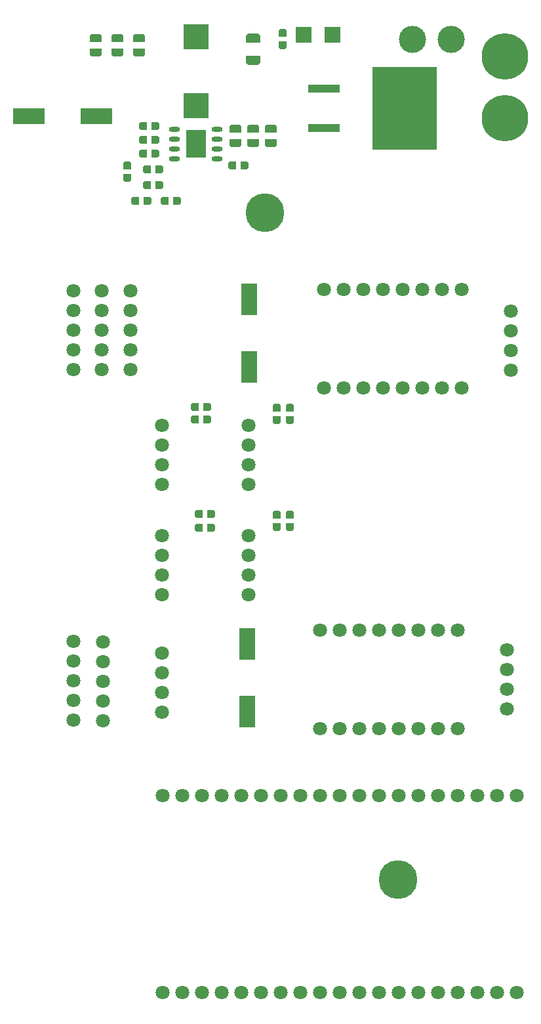
<source format=gbr>
%TF.GenerationSoftware,Altium Limited,Altium Designer,23.0.1 (38)*%
G04 Layer_Color=255*
%FSLAX45Y45*%
%MOMM*%
%TF.SameCoordinates,0946520A-43BC-435E-BA57-7B8340C501A0*%
%TF.FilePolarity,Positive*%
%TF.FileFunction,Pads,Top*%
%TF.Part,Single*%
G01*
G75*
%TA.AperFunction,SMDPad,CuDef*%
%AMCUSTOMSHAPE11*
4,1,6,-0.35060,0.47500,0.35060,0.47500,0.50000,0.32560,0.50000,-0.47500,-0.50000,-0.47500,-0.50000,0.32560,-0.35060,0.47500,0.0*%
%ADD11CUSTOMSHAPE11*%

%AMCUSTOMSHAPE12*
4,1,6,-0.50000,0.47500,0.50000,0.47500,0.50000,-0.32560,0.35060,-0.47500,-0.35060,-0.47500,-0.50000,-0.32560,-0.50000,0.47500,0.0*%
%ADD12CUSTOMSHAPE12*%

%ADD13R,2.00000X4.10000*%
%ADD14R,3.20000X3.25000*%
%ADD15R,4.10000X2.00000*%
%AMCUSTOMSHAPE16*
4,1,6,0.64200,-0.57501,-0.64200,-0.57500,-0.90000,-0.31700,-0.90000,0.57500,0.90000,0.57500,0.90000,-0.31700,0.64200,-0.57501,0.0*%
%ADD16CUSTOMSHAPE16*%

%AMCUSTOMSHAPE17*
4,1,6,0.90000,-0.57500,-0.90000,-0.57500,-0.90000,0.31700,-0.64200,0.57500,0.64201,0.57500,0.90000,0.31700,0.90000,-0.57500,0.0*%
%ADD17CUSTOMSHAPE17*%

%AMCUSTOMSHAPE18*
4,1,6,0.35060,-0.47500,-0.35060,-0.47500,-0.50000,-0.32560,-0.50000,0.47500,0.50000,0.47500,0.50000,-0.32560,0.35060,-0.47500,0.0*%
%ADD18CUSTOMSHAPE18*%

%AMCUSTOMSHAPE19*
4,1,6,0.50000,-0.47500,-0.50000,-0.47500,-0.50000,0.32560,-0.35060,0.47500,0.35060,0.47500,0.50000,0.32560,0.50000,-0.47500,0.0*%
%ADD19CUSTOMSHAPE19*%

%AMCUSTOMSHAPE20*
4,1,6,0.47500,0.35060,0.47500,-0.35060,0.32560,-0.50000,-0.47500,-0.50000,-0.47500,0.50000,0.32560,0.50000,0.47500,0.35060,0.0*%
%ADD20CUSTOMSHAPE20*%

%AMCUSTOMSHAPE21*
4,1,6,0.47500,0.50000,0.47500,-0.50000,-0.32560,-0.50000,-0.47500,-0.35060,-0.47500,0.35060,-0.32560,0.50000,0.47500,0.50000,0.0*%
%ADD21CUSTOMSHAPE21*%

%ADD22R,2.07000X2.06000*%
%AMCUSTOMSHAPE23*
4,1,6,-0.47500,-0.50000,-0.47500,0.50000,0.32560,0.50000,0.47500,0.35060,0.47500,-0.35060,0.32560,-0.50000,-0.47500,-0.50000,0.0*%
%ADD23CUSTOMSHAPE23*%

%AMCUSTOMSHAPE24*
4,1,6,-0.47500,-0.35060,-0.47500,0.35060,-0.32560,0.50000,0.47500,0.50000,0.47500,-0.50000,-0.32560,-0.50000,-0.47500,-0.35060,0.0*%
%ADD24CUSTOMSHAPE24*%

%AMCUSTOMSHAPE25*
4,1,6,0.72500,-0.50000,-0.72500,-0.50000,-0.72500,0.30620,-0.53120,0.50000,0.53120,0.50000,0.72500,0.30620,0.72500,-0.50000,0.0*%
%ADD25CUSTOMSHAPE25*%

%AMCUSTOMSHAPE26*
4,1,6,0.53120,-0.50000,-0.53120,-0.50000,-0.72500,-0.30620,-0.72500,0.50000,0.72500,0.50000,0.72500,-0.30620,0.53120,-0.50000,0.0*%
%ADD26CUSTOMSHAPE26*%

%AMCUSTOMSHAPE27*
4,1,6,-0.72500,0.50000,0.72500,0.50000,0.72500,-0.30620,0.53120,-0.50000,-0.53120,-0.50000,-0.72500,-0.30620,-0.72500,0.50000,0.0*%
%ADD27CUSTOMSHAPE27*%

%AMCUSTOMSHAPE28*
4,1,6,-0.53120,0.50000,0.53120,0.50000,0.72500,0.30620,0.72500,-0.50000,-0.72500,-0.50000,-0.72500,0.30620,-0.53120,0.50000,0.0*%
%ADD28CUSTOMSHAPE28*%

%ADD29R,2.61000X3.60000*%
%ADD30O,1.45000X0.60000*%
%ADD31R,8.40000X10.75000*%
%ADD32R,4.15000X1.05000*%
%TA.AperFunction,ComponentPad*%
%ADD36C,1.80000*%
%ADD37C,5.00000*%
%ADD38C,6.00000*%
%ADD39C,3.50000*%
D11*
X3695700Y6468100D02*
D03*
X3530600D02*
D03*
X3695700Y7852400D02*
D03*
X3530600D02*
D03*
D12*
X3695700Y6308100D02*
D03*
X3530600Y6308100D02*
D03*
X3695700Y7692400D02*
D03*
X3530600Y7692400D02*
D03*
D13*
X3149600Y3933800D02*
D03*
Y4803800D02*
D03*
X3175000Y9248800D02*
D03*
Y8378800D02*
D03*
D14*
X2489200Y12632500D02*
D03*
X2489200Y11747500D02*
D03*
D15*
X327000Y11607800D02*
D03*
X1197000D02*
D03*
D16*
X3225800Y12327201D02*
D03*
D17*
Y12617201D02*
D03*
D18*
X1600200Y10816600D02*
D03*
X3606800Y12522200D02*
D03*
D19*
X1600200Y10976600D02*
D03*
X3606800Y12682200D02*
D03*
D20*
X3115300Y10972800D02*
D03*
X2683500Y6477000D02*
D03*
X2683500Y6299200D02*
D03*
X2632700Y7696200D02*
D03*
Y7861300D02*
D03*
X1959600Y11480800D02*
D03*
D21*
X2955300Y10972800D02*
D03*
X2523500Y6477000D02*
D03*
Y6299200D02*
D03*
X2472700Y7696200D02*
D03*
Y7861300D02*
D03*
X1799600Y11480800D02*
D03*
D22*
X3877500Y12661900D02*
D03*
X4250500D02*
D03*
D23*
X2010400Y10922000D02*
D03*
X1959600Y11303000D02*
D03*
X1858000Y10515600D02*
D03*
X2010400Y10718800D02*
D03*
X2239000Y10515600D02*
D03*
X1959600Y11125200D02*
D03*
D24*
X1850400Y10922000D02*
D03*
X1799600Y11303000D02*
D03*
X1698000Y10515600D02*
D03*
X1850400Y10718800D02*
D03*
X2079000Y10515600D02*
D03*
X1799600Y11125200D02*
D03*
D25*
X1752600Y12617200D02*
D03*
X1193800D02*
D03*
X1473200D02*
D03*
D26*
X1752600Y12427200D02*
D03*
X1193800D02*
D03*
X1473200D02*
D03*
D27*
X3454400Y11258800D02*
D03*
X2997200D02*
D03*
X3225800D02*
D03*
D28*
X3454400Y11448800D02*
D03*
X2997200D02*
D03*
X3225800D02*
D03*
D29*
X2483400Y11252200D02*
D03*
D30*
X2210900Y11442700D02*
D03*
Y11315700D02*
D03*
Y11188700D02*
D03*
Y11061700D02*
D03*
X2755900Y11442700D02*
D03*
Y11315700D02*
D03*
Y11188700D02*
D03*
X2755900Y11061700D02*
D03*
D31*
X5177500Y11709400D02*
D03*
D32*
X4137500Y11455400D02*
D03*
Y11963400D02*
D03*
D36*
X901700Y8343900D02*
D03*
X4089400Y304800D02*
D03*
X901700Y8851900D02*
D03*
X3835400Y304800D02*
D03*
X901700Y9359900D02*
D03*
X4597400Y304800D02*
D03*
X901700Y8597900D02*
D03*
Y9105900D02*
D03*
X2044700Y6858000D02*
D03*
Y7112000D02*
D03*
Y7366000D02*
D03*
Y7620000D02*
D03*
X3162300Y6858000D02*
D03*
Y7112000D02*
D03*
Y7366000D02*
D03*
Y7620000D02*
D03*
Y5435600D02*
D03*
Y5689600D02*
D03*
Y5943600D02*
D03*
Y6197600D02*
D03*
X6629400Y304800D02*
D03*
X6375400Y304800D02*
D03*
X6121400D02*
D03*
X5867400D02*
D03*
X5613400D02*
D03*
X5359400Y304800D02*
D03*
X5105400Y304800D02*
D03*
X4851400D02*
D03*
X4343400Y304800D02*
D03*
X3581400Y304800D02*
D03*
X3327400D02*
D03*
X3073400Y304800D02*
D03*
X2819400Y304800D02*
D03*
X2565400D02*
D03*
X2311400D02*
D03*
X2057400Y304800D02*
D03*
Y2844799D02*
D03*
X2311400Y2844800D02*
D03*
X2565400D02*
D03*
X2819400D02*
D03*
X3073400Y2844799D02*
D03*
X3327400Y2844800D02*
D03*
X3581400D02*
D03*
X3835400D02*
D03*
X4089400D02*
D03*
X4343400Y2844799D02*
D03*
X4597400Y2844800D02*
D03*
X4851400D02*
D03*
X5105400D02*
D03*
X5359400Y2844799D02*
D03*
X5613400Y2844800D02*
D03*
X5867400D02*
D03*
X6121400D02*
D03*
X6375400D02*
D03*
X6629400Y2844799D02*
D03*
X2044700Y6197600D02*
D03*
Y5943600D02*
D03*
Y5689600D02*
D03*
Y5435600D02*
D03*
X1638300Y9359900D02*
D03*
Y8343900D02*
D03*
Y8597900D02*
D03*
Y8851900D02*
D03*
Y9105900D02*
D03*
X2044700Y3924300D02*
D03*
Y4178300D02*
D03*
Y4432300D02*
D03*
Y4686300D02*
D03*
X6553200Y9093200D02*
D03*
Y8839199D02*
D03*
Y8585200D02*
D03*
Y8331200D02*
D03*
X6502400Y4724400D02*
D03*
Y4470400D02*
D03*
Y4216400D02*
D03*
Y3962400D02*
D03*
X1282700Y4572000D02*
D03*
Y4318000D02*
D03*
Y4064000D02*
D03*
Y3810000D02*
D03*
Y4826000D02*
D03*
X1270000Y9105900D02*
D03*
Y8851900D02*
D03*
Y8597900D02*
D03*
Y8343900D02*
D03*
Y9359900D02*
D03*
X901700Y4076700D02*
D03*
Y4330700D02*
D03*
Y4584700D02*
D03*
Y4838700D02*
D03*
Y3822700D02*
D03*
X4140200Y9372600D02*
D03*
X4394200D02*
D03*
X4648200D02*
D03*
X4902200D02*
D03*
X5156200D02*
D03*
X5410200D02*
D03*
X5664200D02*
D03*
X5918200D02*
D03*
Y8102600D02*
D03*
X5664200Y8102600D02*
D03*
X5410200Y8102600D02*
D03*
X5156200D02*
D03*
X4902200D02*
D03*
X4648200Y8102600D02*
D03*
X4394200Y8102600D02*
D03*
X4140200D02*
D03*
X4089400Y3708400D02*
D03*
X4343400D02*
D03*
X4597400D02*
D03*
X4851400D02*
D03*
X5105400D02*
D03*
X5359400D02*
D03*
X5613400D02*
D03*
X5867400D02*
D03*
Y4978400D02*
D03*
X5613400D02*
D03*
X5359399Y4978400D02*
D03*
X5105400D02*
D03*
X4851400Y4978400D02*
D03*
X4597400D02*
D03*
X4343400Y4978400D02*
D03*
X4089400D02*
D03*
D37*
X5092700Y1765300D02*
D03*
X3378200Y10363200D02*
D03*
D38*
X6477000Y11582400D02*
D03*
Y12382400D02*
D03*
D39*
X5778500Y12598400D02*
D03*
X5278500D02*
D03*
%TF.MD5,1be640b15b142d4cdec01d416194167f*%
M02*

</source>
